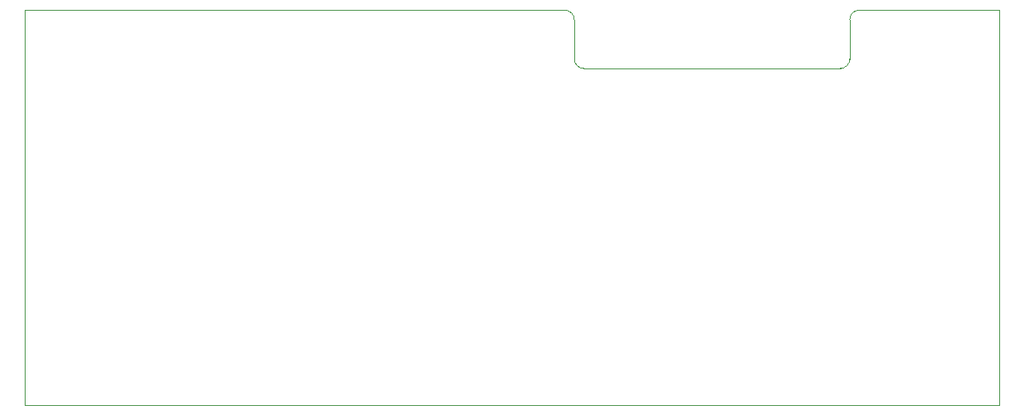
<source format=gbr>
G04 #@! TF.GenerationSoftware,KiCad,Pcbnew,(5.1.9)-1*
G04 #@! TF.CreationDate,2021-02-03T10:13:10+01:00*
G04 #@! TF.ProjectId,epaper-breakout,65706170-6572-42d6-9272-65616b6f7574,rev?*
G04 #@! TF.SameCoordinates,Original*
G04 #@! TF.FileFunction,Profile,NP*
%FSLAX46Y46*%
G04 Gerber Fmt 4.6, Leading zero omitted, Abs format (unit mm)*
G04 Created by KiCad (PCBNEW (5.1.9)-1) date 2021-02-03 10:13:10*
%MOMM*%
%LPD*%
G01*
G04 APERTURE LIST*
G04 #@! TA.AperFunction,Profile*
%ADD10C,0.050000*%
G04 #@! TD*
G04 APERTURE END LIST*
D10*
X81407000Y-24511000D02*
X81388000Y-20452500D01*
X25000000Y-19500000D02*
X80435500Y-19500000D01*
X125000000Y-19500000D02*
X110617000Y-19494500D01*
X108712000Y-25463500D02*
X82359500Y-25463500D01*
X109664500Y-24511000D02*
X109664500Y-20447000D01*
X109664500Y-24511000D02*
G75*
G02*
X108712000Y-25463500I-952500J0D01*
G01*
X82359500Y-25463500D02*
G75*
G02*
X81407000Y-24511000I0J952500D01*
G01*
X80435500Y-19500000D02*
G75*
G02*
X81388000Y-20452500I0J-952500D01*
G01*
X109664500Y-20447000D02*
G75*
G02*
X110617000Y-19494500I952500J0D01*
G01*
X125000000Y-19500000D02*
X125000000Y-60000000D01*
X25000000Y-60000000D02*
X125000000Y-60000000D01*
X25000000Y-60000000D02*
X25000000Y-19500000D01*
M02*

</source>
